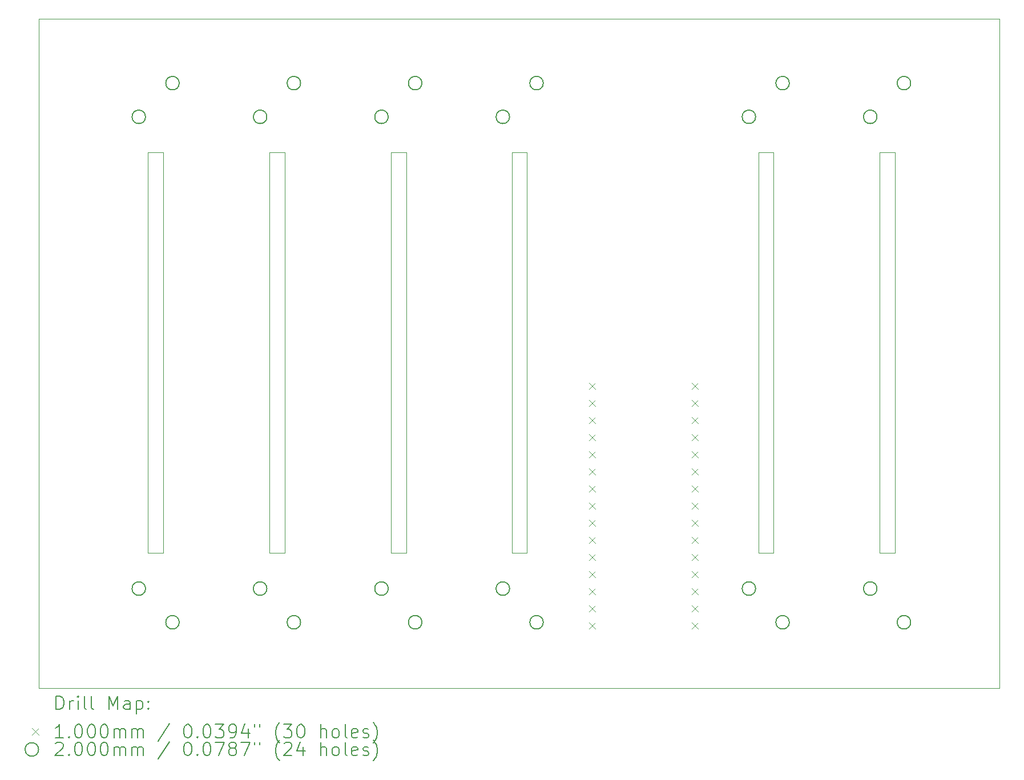
<source format=gbr>
%TF.GenerationSoftware,KiCad,Pcbnew,8.0.1-8.0.1-1~ubuntu22.04.1*%
%TF.CreationDate,2024-03-31T12:30:33+01:00*%
%TF.ProjectId,Arduino_Mixer,41726475-696e-46f5-9f4d-697865722e6b,1.0*%
%TF.SameCoordinates,Original*%
%TF.FileFunction,Drillmap*%
%TF.FilePolarity,Positive*%
%FSLAX45Y45*%
G04 Gerber Fmt 4.5, Leading zero omitted, Abs format (unit mm)*
G04 Created by KiCad (PCBNEW 8.0.1-8.0.1-1~ubuntu22.04.1) date 2024-03-31 12:30:33*
%MOMM*%
%LPD*%
G01*
G04 APERTURE LIST*
%ADD10C,0.100000*%
%ADD11C,0.200000*%
G04 APERTURE END LIST*
D10*
X9136100Y-6527800D02*
X9359900Y-6527800D01*
X9359900Y-12471400D01*
X9136100Y-12471400D01*
X9136100Y-6527800D01*
X10939500Y-6527800D02*
X11163300Y-6527800D01*
X11163300Y-12471400D01*
X10939500Y-12471400D01*
X10939500Y-6527800D01*
X12742900Y-6527800D02*
X12966700Y-6527800D01*
X12966700Y-12471400D01*
X12742900Y-12471400D01*
X12742900Y-6527800D01*
X18191200Y-6527800D02*
X18415000Y-6527800D01*
X18415000Y-12471400D01*
X18191200Y-12471400D01*
X18191200Y-6527800D01*
X19989800Y-6527800D02*
X20213600Y-6527800D01*
X20213600Y-12471400D01*
X19989800Y-12471400D01*
X19989800Y-6527800D01*
X7518400Y-4546600D02*
X21767800Y-4546600D01*
X21767800Y-14478000D01*
X7518400Y-14478000D01*
X7518400Y-4546600D01*
X14533600Y-6527800D02*
X14757400Y-6527800D01*
X14757400Y-12471400D01*
X14533600Y-12471400D01*
X14533600Y-6527800D01*
D11*
D10*
X15676000Y-9944000D02*
X15776000Y-10044000D01*
X15776000Y-9944000D02*
X15676000Y-10044000D01*
X15676000Y-10198000D02*
X15776000Y-10298000D01*
X15776000Y-10198000D02*
X15676000Y-10298000D01*
X15676000Y-10452000D02*
X15776000Y-10552000D01*
X15776000Y-10452000D02*
X15676000Y-10552000D01*
X15676000Y-10706000D02*
X15776000Y-10806000D01*
X15776000Y-10706000D02*
X15676000Y-10806000D01*
X15676000Y-10960000D02*
X15776000Y-11060000D01*
X15776000Y-10960000D02*
X15676000Y-11060000D01*
X15676000Y-11214000D02*
X15776000Y-11314000D01*
X15776000Y-11214000D02*
X15676000Y-11314000D01*
X15676000Y-11468000D02*
X15776000Y-11568000D01*
X15776000Y-11468000D02*
X15676000Y-11568000D01*
X15676000Y-11722000D02*
X15776000Y-11822000D01*
X15776000Y-11722000D02*
X15676000Y-11822000D01*
X15676000Y-11976000D02*
X15776000Y-12076000D01*
X15776000Y-11976000D02*
X15676000Y-12076000D01*
X15676000Y-12230000D02*
X15776000Y-12330000D01*
X15776000Y-12230000D02*
X15676000Y-12330000D01*
X15676000Y-12484000D02*
X15776000Y-12584000D01*
X15776000Y-12484000D02*
X15676000Y-12584000D01*
X15676000Y-12738000D02*
X15776000Y-12838000D01*
X15776000Y-12738000D02*
X15676000Y-12838000D01*
X15676000Y-12992000D02*
X15776000Y-13092000D01*
X15776000Y-12992000D02*
X15676000Y-13092000D01*
X15676000Y-13246000D02*
X15776000Y-13346000D01*
X15776000Y-13246000D02*
X15676000Y-13346000D01*
X15676000Y-13500000D02*
X15776000Y-13600000D01*
X15776000Y-13500000D02*
X15676000Y-13600000D01*
X17200000Y-9944000D02*
X17300000Y-10044000D01*
X17300000Y-9944000D02*
X17200000Y-10044000D01*
X17200000Y-10198000D02*
X17300000Y-10298000D01*
X17300000Y-10198000D02*
X17200000Y-10298000D01*
X17200000Y-10452000D02*
X17300000Y-10552000D01*
X17300000Y-10452000D02*
X17200000Y-10552000D01*
X17200000Y-10706000D02*
X17300000Y-10806000D01*
X17300000Y-10706000D02*
X17200000Y-10806000D01*
X17200000Y-10960000D02*
X17300000Y-11060000D01*
X17300000Y-10960000D02*
X17200000Y-11060000D01*
X17200000Y-11214000D02*
X17300000Y-11314000D01*
X17300000Y-11214000D02*
X17200000Y-11314000D01*
X17200000Y-11468000D02*
X17300000Y-11568000D01*
X17300000Y-11468000D02*
X17200000Y-11568000D01*
X17200000Y-11722000D02*
X17300000Y-11822000D01*
X17300000Y-11722000D02*
X17200000Y-11822000D01*
X17200000Y-11976000D02*
X17300000Y-12076000D01*
X17300000Y-11976000D02*
X17200000Y-12076000D01*
X17200000Y-12230000D02*
X17300000Y-12330000D01*
X17300000Y-12230000D02*
X17200000Y-12330000D01*
X17200000Y-12484000D02*
X17300000Y-12584000D01*
X17300000Y-12484000D02*
X17200000Y-12584000D01*
X17200000Y-12738000D02*
X17300000Y-12838000D01*
X17300000Y-12738000D02*
X17200000Y-12838000D01*
X17200000Y-12992000D02*
X17300000Y-13092000D01*
X17300000Y-12992000D02*
X17200000Y-13092000D01*
X17200000Y-13246000D02*
X17300000Y-13346000D01*
X17300000Y-13246000D02*
X17200000Y-13346000D01*
X17200000Y-13500000D02*
X17300000Y-13600000D01*
X17300000Y-13500000D02*
X17200000Y-13600000D01*
D11*
X9100000Y-6000000D02*
G75*
G02*
X8900000Y-6000000I-100000J0D01*
G01*
X8900000Y-6000000D02*
G75*
G02*
X9100000Y-6000000I100000J0D01*
G01*
X9100000Y-13000000D02*
G75*
G02*
X8900000Y-13000000I-100000J0D01*
G01*
X8900000Y-13000000D02*
G75*
G02*
X9100000Y-13000000I100000J0D01*
G01*
X9600000Y-5500000D02*
G75*
G02*
X9400000Y-5500000I-100000J0D01*
G01*
X9400000Y-5500000D02*
G75*
G02*
X9600000Y-5500000I100000J0D01*
G01*
X9600000Y-13500000D02*
G75*
G02*
X9400000Y-13500000I-100000J0D01*
G01*
X9400000Y-13500000D02*
G75*
G02*
X9600000Y-13500000I100000J0D01*
G01*
X10900000Y-6000000D02*
G75*
G02*
X10700000Y-6000000I-100000J0D01*
G01*
X10700000Y-6000000D02*
G75*
G02*
X10900000Y-6000000I100000J0D01*
G01*
X10900000Y-13000000D02*
G75*
G02*
X10700000Y-13000000I-100000J0D01*
G01*
X10700000Y-13000000D02*
G75*
G02*
X10900000Y-13000000I100000J0D01*
G01*
X11400000Y-5500000D02*
G75*
G02*
X11200000Y-5500000I-100000J0D01*
G01*
X11200000Y-5500000D02*
G75*
G02*
X11400000Y-5500000I100000J0D01*
G01*
X11400000Y-13500000D02*
G75*
G02*
X11200000Y-13500000I-100000J0D01*
G01*
X11200000Y-13500000D02*
G75*
G02*
X11400000Y-13500000I100000J0D01*
G01*
X12700000Y-6000000D02*
G75*
G02*
X12500000Y-6000000I-100000J0D01*
G01*
X12500000Y-6000000D02*
G75*
G02*
X12700000Y-6000000I100000J0D01*
G01*
X12700000Y-13000000D02*
G75*
G02*
X12500000Y-13000000I-100000J0D01*
G01*
X12500000Y-13000000D02*
G75*
G02*
X12700000Y-13000000I100000J0D01*
G01*
X13200000Y-5500000D02*
G75*
G02*
X13000000Y-5500000I-100000J0D01*
G01*
X13000000Y-5500000D02*
G75*
G02*
X13200000Y-5500000I100000J0D01*
G01*
X13200000Y-13500000D02*
G75*
G02*
X13000000Y-13500000I-100000J0D01*
G01*
X13000000Y-13500000D02*
G75*
G02*
X13200000Y-13500000I100000J0D01*
G01*
X14500000Y-6000000D02*
G75*
G02*
X14300000Y-6000000I-100000J0D01*
G01*
X14300000Y-6000000D02*
G75*
G02*
X14500000Y-6000000I100000J0D01*
G01*
X14500000Y-13000000D02*
G75*
G02*
X14300000Y-13000000I-100000J0D01*
G01*
X14300000Y-13000000D02*
G75*
G02*
X14500000Y-13000000I100000J0D01*
G01*
X15000000Y-5500000D02*
G75*
G02*
X14800000Y-5500000I-100000J0D01*
G01*
X14800000Y-5500000D02*
G75*
G02*
X15000000Y-5500000I100000J0D01*
G01*
X15000000Y-13500000D02*
G75*
G02*
X14800000Y-13500000I-100000J0D01*
G01*
X14800000Y-13500000D02*
G75*
G02*
X15000000Y-13500000I100000J0D01*
G01*
X18150000Y-6000000D02*
G75*
G02*
X17950000Y-6000000I-100000J0D01*
G01*
X17950000Y-6000000D02*
G75*
G02*
X18150000Y-6000000I100000J0D01*
G01*
X18150000Y-13000000D02*
G75*
G02*
X17950000Y-13000000I-100000J0D01*
G01*
X17950000Y-13000000D02*
G75*
G02*
X18150000Y-13000000I100000J0D01*
G01*
X18650000Y-5500000D02*
G75*
G02*
X18450000Y-5500000I-100000J0D01*
G01*
X18450000Y-5500000D02*
G75*
G02*
X18650000Y-5500000I100000J0D01*
G01*
X18650000Y-13500000D02*
G75*
G02*
X18450000Y-13500000I-100000J0D01*
G01*
X18450000Y-13500000D02*
G75*
G02*
X18650000Y-13500000I100000J0D01*
G01*
X19950000Y-6000000D02*
G75*
G02*
X19750000Y-6000000I-100000J0D01*
G01*
X19750000Y-6000000D02*
G75*
G02*
X19950000Y-6000000I100000J0D01*
G01*
X19950000Y-13000000D02*
G75*
G02*
X19750000Y-13000000I-100000J0D01*
G01*
X19750000Y-13000000D02*
G75*
G02*
X19950000Y-13000000I100000J0D01*
G01*
X20450000Y-5500000D02*
G75*
G02*
X20250000Y-5500000I-100000J0D01*
G01*
X20250000Y-5500000D02*
G75*
G02*
X20450000Y-5500000I100000J0D01*
G01*
X20450000Y-13500000D02*
G75*
G02*
X20250000Y-13500000I-100000J0D01*
G01*
X20250000Y-13500000D02*
G75*
G02*
X20450000Y-13500000I100000J0D01*
G01*
X7774177Y-14794484D02*
X7774177Y-14594484D01*
X7774177Y-14594484D02*
X7821796Y-14594484D01*
X7821796Y-14594484D02*
X7850367Y-14604008D01*
X7850367Y-14604008D02*
X7869415Y-14623055D01*
X7869415Y-14623055D02*
X7878939Y-14642103D01*
X7878939Y-14642103D02*
X7888462Y-14680198D01*
X7888462Y-14680198D02*
X7888462Y-14708769D01*
X7888462Y-14708769D02*
X7878939Y-14746865D01*
X7878939Y-14746865D02*
X7869415Y-14765912D01*
X7869415Y-14765912D02*
X7850367Y-14784960D01*
X7850367Y-14784960D02*
X7821796Y-14794484D01*
X7821796Y-14794484D02*
X7774177Y-14794484D01*
X7974177Y-14794484D02*
X7974177Y-14661150D01*
X7974177Y-14699246D02*
X7983701Y-14680198D01*
X7983701Y-14680198D02*
X7993224Y-14670674D01*
X7993224Y-14670674D02*
X8012272Y-14661150D01*
X8012272Y-14661150D02*
X8031320Y-14661150D01*
X8097986Y-14794484D02*
X8097986Y-14661150D01*
X8097986Y-14594484D02*
X8088462Y-14604008D01*
X8088462Y-14604008D02*
X8097986Y-14613531D01*
X8097986Y-14613531D02*
X8107510Y-14604008D01*
X8107510Y-14604008D02*
X8097986Y-14594484D01*
X8097986Y-14594484D02*
X8097986Y-14613531D01*
X8221796Y-14794484D02*
X8202748Y-14784960D01*
X8202748Y-14784960D02*
X8193224Y-14765912D01*
X8193224Y-14765912D02*
X8193224Y-14594484D01*
X8326558Y-14794484D02*
X8307510Y-14784960D01*
X8307510Y-14784960D02*
X8297986Y-14765912D01*
X8297986Y-14765912D02*
X8297986Y-14594484D01*
X8555129Y-14794484D02*
X8555129Y-14594484D01*
X8555129Y-14594484D02*
X8621796Y-14737341D01*
X8621796Y-14737341D02*
X8688463Y-14594484D01*
X8688463Y-14594484D02*
X8688463Y-14794484D01*
X8869415Y-14794484D02*
X8869415Y-14689722D01*
X8869415Y-14689722D02*
X8859891Y-14670674D01*
X8859891Y-14670674D02*
X8840844Y-14661150D01*
X8840844Y-14661150D02*
X8802748Y-14661150D01*
X8802748Y-14661150D02*
X8783701Y-14670674D01*
X8869415Y-14784960D02*
X8850367Y-14794484D01*
X8850367Y-14794484D02*
X8802748Y-14794484D01*
X8802748Y-14794484D02*
X8783701Y-14784960D01*
X8783701Y-14784960D02*
X8774177Y-14765912D01*
X8774177Y-14765912D02*
X8774177Y-14746865D01*
X8774177Y-14746865D02*
X8783701Y-14727817D01*
X8783701Y-14727817D02*
X8802748Y-14718293D01*
X8802748Y-14718293D02*
X8850367Y-14718293D01*
X8850367Y-14718293D02*
X8869415Y-14708769D01*
X8964653Y-14661150D02*
X8964653Y-14861150D01*
X8964653Y-14670674D02*
X8983701Y-14661150D01*
X8983701Y-14661150D02*
X9021796Y-14661150D01*
X9021796Y-14661150D02*
X9040844Y-14670674D01*
X9040844Y-14670674D02*
X9050367Y-14680198D01*
X9050367Y-14680198D02*
X9059891Y-14699246D01*
X9059891Y-14699246D02*
X9059891Y-14756388D01*
X9059891Y-14756388D02*
X9050367Y-14775436D01*
X9050367Y-14775436D02*
X9040844Y-14784960D01*
X9040844Y-14784960D02*
X9021796Y-14794484D01*
X9021796Y-14794484D02*
X8983701Y-14794484D01*
X8983701Y-14794484D02*
X8964653Y-14784960D01*
X9145605Y-14775436D02*
X9155129Y-14784960D01*
X9155129Y-14784960D02*
X9145605Y-14794484D01*
X9145605Y-14794484D02*
X9136082Y-14784960D01*
X9136082Y-14784960D02*
X9145605Y-14775436D01*
X9145605Y-14775436D02*
X9145605Y-14794484D01*
X9145605Y-14670674D02*
X9155129Y-14680198D01*
X9155129Y-14680198D02*
X9145605Y-14689722D01*
X9145605Y-14689722D02*
X9136082Y-14680198D01*
X9136082Y-14680198D02*
X9145605Y-14670674D01*
X9145605Y-14670674D02*
X9145605Y-14689722D01*
D10*
X7413400Y-15073000D02*
X7513400Y-15173000D01*
X7513400Y-15073000D02*
X7413400Y-15173000D01*
D11*
X7878939Y-15214484D02*
X7764653Y-15214484D01*
X7821796Y-15214484D02*
X7821796Y-15014484D01*
X7821796Y-15014484D02*
X7802748Y-15043055D01*
X7802748Y-15043055D02*
X7783701Y-15062103D01*
X7783701Y-15062103D02*
X7764653Y-15071627D01*
X7964653Y-15195436D02*
X7974177Y-15204960D01*
X7974177Y-15204960D02*
X7964653Y-15214484D01*
X7964653Y-15214484D02*
X7955129Y-15204960D01*
X7955129Y-15204960D02*
X7964653Y-15195436D01*
X7964653Y-15195436D02*
X7964653Y-15214484D01*
X8097986Y-15014484D02*
X8117034Y-15014484D01*
X8117034Y-15014484D02*
X8136082Y-15024008D01*
X8136082Y-15024008D02*
X8145605Y-15033531D01*
X8145605Y-15033531D02*
X8155129Y-15052579D01*
X8155129Y-15052579D02*
X8164653Y-15090674D01*
X8164653Y-15090674D02*
X8164653Y-15138293D01*
X8164653Y-15138293D02*
X8155129Y-15176388D01*
X8155129Y-15176388D02*
X8145605Y-15195436D01*
X8145605Y-15195436D02*
X8136082Y-15204960D01*
X8136082Y-15204960D02*
X8117034Y-15214484D01*
X8117034Y-15214484D02*
X8097986Y-15214484D01*
X8097986Y-15214484D02*
X8078939Y-15204960D01*
X8078939Y-15204960D02*
X8069415Y-15195436D01*
X8069415Y-15195436D02*
X8059891Y-15176388D01*
X8059891Y-15176388D02*
X8050367Y-15138293D01*
X8050367Y-15138293D02*
X8050367Y-15090674D01*
X8050367Y-15090674D02*
X8059891Y-15052579D01*
X8059891Y-15052579D02*
X8069415Y-15033531D01*
X8069415Y-15033531D02*
X8078939Y-15024008D01*
X8078939Y-15024008D02*
X8097986Y-15014484D01*
X8288462Y-15014484D02*
X8307510Y-15014484D01*
X8307510Y-15014484D02*
X8326558Y-15024008D01*
X8326558Y-15024008D02*
X8336082Y-15033531D01*
X8336082Y-15033531D02*
X8345605Y-15052579D01*
X8345605Y-15052579D02*
X8355129Y-15090674D01*
X8355129Y-15090674D02*
X8355129Y-15138293D01*
X8355129Y-15138293D02*
X8345605Y-15176388D01*
X8345605Y-15176388D02*
X8336082Y-15195436D01*
X8336082Y-15195436D02*
X8326558Y-15204960D01*
X8326558Y-15204960D02*
X8307510Y-15214484D01*
X8307510Y-15214484D02*
X8288462Y-15214484D01*
X8288462Y-15214484D02*
X8269415Y-15204960D01*
X8269415Y-15204960D02*
X8259891Y-15195436D01*
X8259891Y-15195436D02*
X8250367Y-15176388D01*
X8250367Y-15176388D02*
X8240843Y-15138293D01*
X8240843Y-15138293D02*
X8240843Y-15090674D01*
X8240843Y-15090674D02*
X8250367Y-15052579D01*
X8250367Y-15052579D02*
X8259891Y-15033531D01*
X8259891Y-15033531D02*
X8269415Y-15024008D01*
X8269415Y-15024008D02*
X8288462Y-15014484D01*
X8478939Y-15014484D02*
X8497986Y-15014484D01*
X8497986Y-15014484D02*
X8517034Y-15024008D01*
X8517034Y-15024008D02*
X8526558Y-15033531D01*
X8526558Y-15033531D02*
X8536082Y-15052579D01*
X8536082Y-15052579D02*
X8545605Y-15090674D01*
X8545605Y-15090674D02*
X8545605Y-15138293D01*
X8545605Y-15138293D02*
X8536082Y-15176388D01*
X8536082Y-15176388D02*
X8526558Y-15195436D01*
X8526558Y-15195436D02*
X8517034Y-15204960D01*
X8517034Y-15204960D02*
X8497986Y-15214484D01*
X8497986Y-15214484D02*
X8478939Y-15214484D01*
X8478939Y-15214484D02*
X8459891Y-15204960D01*
X8459891Y-15204960D02*
X8450367Y-15195436D01*
X8450367Y-15195436D02*
X8440844Y-15176388D01*
X8440844Y-15176388D02*
X8431320Y-15138293D01*
X8431320Y-15138293D02*
X8431320Y-15090674D01*
X8431320Y-15090674D02*
X8440844Y-15052579D01*
X8440844Y-15052579D02*
X8450367Y-15033531D01*
X8450367Y-15033531D02*
X8459891Y-15024008D01*
X8459891Y-15024008D02*
X8478939Y-15014484D01*
X8631320Y-15214484D02*
X8631320Y-15081150D01*
X8631320Y-15100198D02*
X8640844Y-15090674D01*
X8640844Y-15090674D02*
X8659891Y-15081150D01*
X8659891Y-15081150D02*
X8688463Y-15081150D01*
X8688463Y-15081150D02*
X8707510Y-15090674D01*
X8707510Y-15090674D02*
X8717034Y-15109722D01*
X8717034Y-15109722D02*
X8717034Y-15214484D01*
X8717034Y-15109722D02*
X8726558Y-15090674D01*
X8726558Y-15090674D02*
X8745605Y-15081150D01*
X8745605Y-15081150D02*
X8774177Y-15081150D01*
X8774177Y-15081150D02*
X8793225Y-15090674D01*
X8793225Y-15090674D02*
X8802748Y-15109722D01*
X8802748Y-15109722D02*
X8802748Y-15214484D01*
X8897986Y-15214484D02*
X8897986Y-15081150D01*
X8897986Y-15100198D02*
X8907510Y-15090674D01*
X8907510Y-15090674D02*
X8926558Y-15081150D01*
X8926558Y-15081150D02*
X8955129Y-15081150D01*
X8955129Y-15081150D02*
X8974177Y-15090674D01*
X8974177Y-15090674D02*
X8983701Y-15109722D01*
X8983701Y-15109722D02*
X8983701Y-15214484D01*
X8983701Y-15109722D02*
X8993225Y-15090674D01*
X8993225Y-15090674D02*
X9012272Y-15081150D01*
X9012272Y-15081150D02*
X9040844Y-15081150D01*
X9040844Y-15081150D02*
X9059891Y-15090674D01*
X9059891Y-15090674D02*
X9069415Y-15109722D01*
X9069415Y-15109722D02*
X9069415Y-15214484D01*
X9459891Y-15004960D02*
X9288463Y-15262103D01*
X9717034Y-15014484D02*
X9736082Y-15014484D01*
X9736082Y-15014484D02*
X9755129Y-15024008D01*
X9755129Y-15024008D02*
X9764653Y-15033531D01*
X9764653Y-15033531D02*
X9774177Y-15052579D01*
X9774177Y-15052579D02*
X9783701Y-15090674D01*
X9783701Y-15090674D02*
X9783701Y-15138293D01*
X9783701Y-15138293D02*
X9774177Y-15176388D01*
X9774177Y-15176388D02*
X9764653Y-15195436D01*
X9764653Y-15195436D02*
X9755129Y-15204960D01*
X9755129Y-15204960D02*
X9736082Y-15214484D01*
X9736082Y-15214484D02*
X9717034Y-15214484D01*
X9717034Y-15214484D02*
X9697987Y-15204960D01*
X9697987Y-15204960D02*
X9688463Y-15195436D01*
X9688463Y-15195436D02*
X9678939Y-15176388D01*
X9678939Y-15176388D02*
X9669415Y-15138293D01*
X9669415Y-15138293D02*
X9669415Y-15090674D01*
X9669415Y-15090674D02*
X9678939Y-15052579D01*
X9678939Y-15052579D02*
X9688463Y-15033531D01*
X9688463Y-15033531D02*
X9697987Y-15024008D01*
X9697987Y-15024008D02*
X9717034Y-15014484D01*
X9869415Y-15195436D02*
X9878939Y-15204960D01*
X9878939Y-15204960D02*
X9869415Y-15214484D01*
X9869415Y-15214484D02*
X9859891Y-15204960D01*
X9859891Y-15204960D02*
X9869415Y-15195436D01*
X9869415Y-15195436D02*
X9869415Y-15214484D01*
X10002748Y-15014484D02*
X10021796Y-15014484D01*
X10021796Y-15014484D02*
X10040844Y-15024008D01*
X10040844Y-15024008D02*
X10050368Y-15033531D01*
X10050368Y-15033531D02*
X10059891Y-15052579D01*
X10059891Y-15052579D02*
X10069415Y-15090674D01*
X10069415Y-15090674D02*
X10069415Y-15138293D01*
X10069415Y-15138293D02*
X10059891Y-15176388D01*
X10059891Y-15176388D02*
X10050368Y-15195436D01*
X10050368Y-15195436D02*
X10040844Y-15204960D01*
X10040844Y-15204960D02*
X10021796Y-15214484D01*
X10021796Y-15214484D02*
X10002748Y-15214484D01*
X10002748Y-15214484D02*
X9983701Y-15204960D01*
X9983701Y-15204960D02*
X9974177Y-15195436D01*
X9974177Y-15195436D02*
X9964653Y-15176388D01*
X9964653Y-15176388D02*
X9955129Y-15138293D01*
X9955129Y-15138293D02*
X9955129Y-15090674D01*
X9955129Y-15090674D02*
X9964653Y-15052579D01*
X9964653Y-15052579D02*
X9974177Y-15033531D01*
X9974177Y-15033531D02*
X9983701Y-15024008D01*
X9983701Y-15024008D02*
X10002748Y-15014484D01*
X10136082Y-15014484D02*
X10259891Y-15014484D01*
X10259891Y-15014484D02*
X10193225Y-15090674D01*
X10193225Y-15090674D02*
X10221796Y-15090674D01*
X10221796Y-15090674D02*
X10240844Y-15100198D01*
X10240844Y-15100198D02*
X10250368Y-15109722D01*
X10250368Y-15109722D02*
X10259891Y-15128769D01*
X10259891Y-15128769D02*
X10259891Y-15176388D01*
X10259891Y-15176388D02*
X10250368Y-15195436D01*
X10250368Y-15195436D02*
X10240844Y-15204960D01*
X10240844Y-15204960D02*
X10221796Y-15214484D01*
X10221796Y-15214484D02*
X10164653Y-15214484D01*
X10164653Y-15214484D02*
X10145606Y-15204960D01*
X10145606Y-15204960D02*
X10136082Y-15195436D01*
X10355129Y-15214484D02*
X10393225Y-15214484D01*
X10393225Y-15214484D02*
X10412272Y-15204960D01*
X10412272Y-15204960D02*
X10421796Y-15195436D01*
X10421796Y-15195436D02*
X10440844Y-15166865D01*
X10440844Y-15166865D02*
X10450368Y-15128769D01*
X10450368Y-15128769D02*
X10450368Y-15052579D01*
X10450368Y-15052579D02*
X10440844Y-15033531D01*
X10440844Y-15033531D02*
X10431320Y-15024008D01*
X10431320Y-15024008D02*
X10412272Y-15014484D01*
X10412272Y-15014484D02*
X10374177Y-15014484D01*
X10374177Y-15014484D02*
X10355129Y-15024008D01*
X10355129Y-15024008D02*
X10345606Y-15033531D01*
X10345606Y-15033531D02*
X10336082Y-15052579D01*
X10336082Y-15052579D02*
X10336082Y-15100198D01*
X10336082Y-15100198D02*
X10345606Y-15119246D01*
X10345606Y-15119246D02*
X10355129Y-15128769D01*
X10355129Y-15128769D02*
X10374177Y-15138293D01*
X10374177Y-15138293D02*
X10412272Y-15138293D01*
X10412272Y-15138293D02*
X10431320Y-15128769D01*
X10431320Y-15128769D02*
X10440844Y-15119246D01*
X10440844Y-15119246D02*
X10450368Y-15100198D01*
X10621796Y-15081150D02*
X10621796Y-15214484D01*
X10574177Y-15004960D02*
X10526558Y-15147817D01*
X10526558Y-15147817D02*
X10650368Y-15147817D01*
X10717034Y-15014484D02*
X10717034Y-15052579D01*
X10793225Y-15014484D02*
X10793225Y-15052579D01*
X11088463Y-15290674D02*
X11078939Y-15281150D01*
X11078939Y-15281150D02*
X11059891Y-15252579D01*
X11059891Y-15252579D02*
X11050368Y-15233531D01*
X11050368Y-15233531D02*
X11040844Y-15204960D01*
X11040844Y-15204960D02*
X11031320Y-15157341D01*
X11031320Y-15157341D02*
X11031320Y-15119246D01*
X11031320Y-15119246D02*
X11040844Y-15071627D01*
X11040844Y-15071627D02*
X11050368Y-15043055D01*
X11050368Y-15043055D02*
X11059891Y-15024008D01*
X11059891Y-15024008D02*
X11078939Y-14995436D01*
X11078939Y-14995436D02*
X11088463Y-14985912D01*
X11145606Y-15014484D02*
X11269415Y-15014484D01*
X11269415Y-15014484D02*
X11202748Y-15090674D01*
X11202748Y-15090674D02*
X11231320Y-15090674D01*
X11231320Y-15090674D02*
X11250368Y-15100198D01*
X11250368Y-15100198D02*
X11259891Y-15109722D01*
X11259891Y-15109722D02*
X11269415Y-15128769D01*
X11269415Y-15128769D02*
X11269415Y-15176388D01*
X11269415Y-15176388D02*
X11259891Y-15195436D01*
X11259891Y-15195436D02*
X11250368Y-15204960D01*
X11250368Y-15204960D02*
X11231320Y-15214484D01*
X11231320Y-15214484D02*
X11174177Y-15214484D01*
X11174177Y-15214484D02*
X11155130Y-15204960D01*
X11155130Y-15204960D02*
X11145606Y-15195436D01*
X11393225Y-15014484D02*
X11412272Y-15014484D01*
X11412272Y-15014484D02*
X11431320Y-15024008D01*
X11431320Y-15024008D02*
X11440844Y-15033531D01*
X11440844Y-15033531D02*
X11450368Y-15052579D01*
X11450368Y-15052579D02*
X11459891Y-15090674D01*
X11459891Y-15090674D02*
X11459891Y-15138293D01*
X11459891Y-15138293D02*
X11450368Y-15176388D01*
X11450368Y-15176388D02*
X11440844Y-15195436D01*
X11440844Y-15195436D02*
X11431320Y-15204960D01*
X11431320Y-15204960D02*
X11412272Y-15214484D01*
X11412272Y-15214484D02*
X11393225Y-15214484D01*
X11393225Y-15214484D02*
X11374177Y-15204960D01*
X11374177Y-15204960D02*
X11364653Y-15195436D01*
X11364653Y-15195436D02*
X11355129Y-15176388D01*
X11355129Y-15176388D02*
X11345606Y-15138293D01*
X11345606Y-15138293D02*
X11345606Y-15090674D01*
X11345606Y-15090674D02*
X11355129Y-15052579D01*
X11355129Y-15052579D02*
X11364653Y-15033531D01*
X11364653Y-15033531D02*
X11374177Y-15024008D01*
X11374177Y-15024008D02*
X11393225Y-15014484D01*
X11697987Y-15214484D02*
X11697987Y-15014484D01*
X11783701Y-15214484D02*
X11783701Y-15109722D01*
X11783701Y-15109722D02*
X11774177Y-15090674D01*
X11774177Y-15090674D02*
X11755130Y-15081150D01*
X11755130Y-15081150D02*
X11726558Y-15081150D01*
X11726558Y-15081150D02*
X11707510Y-15090674D01*
X11707510Y-15090674D02*
X11697987Y-15100198D01*
X11907510Y-15214484D02*
X11888463Y-15204960D01*
X11888463Y-15204960D02*
X11878939Y-15195436D01*
X11878939Y-15195436D02*
X11869415Y-15176388D01*
X11869415Y-15176388D02*
X11869415Y-15119246D01*
X11869415Y-15119246D02*
X11878939Y-15100198D01*
X11878939Y-15100198D02*
X11888463Y-15090674D01*
X11888463Y-15090674D02*
X11907510Y-15081150D01*
X11907510Y-15081150D02*
X11936082Y-15081150D01*
X11936082Y-15081150D02*
X11955130Y-15090674D01*
X11955130Y-15090674D02*
X11964653Y-15100198D01*
X11964653Y-15100198D02*
X11974177Y-15119246D01*
X11974177Y-15119246D02*
X11974177Y-15176388D01*
X11974177Y-15176388D02*
X11964653Y-15195436D01*
X11964653Y-15195436D02*
X11955130Y-15204960D01*
X11955130Y-15204960D02*
X11936082Y-15214484D01*
X11936082Y-15214484D02*
X11907510Y-15214484D01*
X12088463Y-15214484D02*
X12069415Y-15204960D01*
X12069415Y-15204960D02*
X12059891Y-15185912D01*
X12059891Y-15185912D02*
X12059891Y-15014484D01*
X12240844Y-15204960D02*
X12221796Y-15214484D01*
X12221796Y-15214484D02*
X12183701Y-15214484D01*
X12183701Y-15214484D02*
X12164653Y-15204960D01*
X12164653Y-15204960D02*
X12155130Y-15185912D01*
X12155130Y-15185912D02*
X12155130Y-15109722D01*
X12155130Y-15109722D02*
X12164653Y-15090674D01*
X12164653Y-15090674D02*
X12183701Y-15081150D01*
X12183701Y-15081150D02*
X12221796Y-15081150D01*
X12221796Y-15081150D02*
X12240844Y-15090674D01*
X12240844Y-15090674D02*
X12250368Y-15109722D01*
X12250368Y-15109722D02*
X12250368Y-15128769D01*
X12250368Y-15128769D02*
X12155130Y-15147817D01*
X12326558Y-15204960D02*
X12345606Y-15214484D01*
X12345606Y-15214484D02*
X12383701Y-15214484D01*
X12383701Y-15214484D02*
X12402749Y-15204960D01*
X12402749Y-15204960D02*
X12412272Y-15185912D01*
X12412272Y-15185912D02*
X12412272Y-15176388D01*
X12412272Y-15176388D02*
X12402749Y-15157341D01*
X12402749Y-15157341D02*
X12383701Y-15147817D01*
X12383701Y-15147817D02*
X12355130Y-15147817D01*
X12355130Y-15147817D02*
X12336082Y-15138293D01*
X12336082Y-15138293D02*
X12326558Y-15119246D01*
X12326558Y-15119246D02*
X12326558Y-15109722D01*
X12326558Y-15109722D02*
X12336082Y-15090674D01*
X12336082Y-15090674D02*
X12355130Y-15081150D01*
X12355130Y-15081150D02*
X12383701Y-15081150D01*
X12383701Y-15081150D02*
X12402749Y-15090674D01*
X12478939Y-15290674D02*
X12488463Y-15281150D01*
X12488463Y-15281150D02*
X12507511Y-15252579D01*
X12507511Y-15252579D02*
X12517034Y-15233531D01*
X12517034Y-15233531D02*
X12526558Y-15204960D01*
X12526558Y-15204960D02*
X12536082Y-15157341D01*
X12536082Y-15157341D02*
X12536082Y-15119246D01*
X12536082Y-15119246D02*
X12526558Y-15071627D01*
X12526558Y-15071627D02*
X12517034Y-15043055D01*
X12517034Y-15043055D02*
X12507511Y-15024008D01*
X12507511Y-15024008D02*
X12488463Y-14995436D01*
X12488463Y-14995436D02*
X12478939Y-14985912D01*
X7513400Y-15387000D02*
G75*
G02*
X7313400Y-15387000I-100000J0D01*
G01*
X7313400Y-15387000D02*
G75*
G02*
X7513400Y-15387000I100000J0D01*
G01*
X7764653Y-15297531D02*
X7774177Y-15288008D01*
X7774177Y-15288008D02*
X7793224Y-15278484D01*
X7793224Y-15278484D02*
X7840843Y-15278484D01*
X7840843Y-15278484D02*
X7859891Y-15288008D01*
X7859891Y-15288008D02*
X7869415Y-15297531D01*
X7869415Y-15297531D02*
X7878939Y-15316579D01*
X7878939Y-15316579D02*
X7878939Y-15335627D01*
X7878939Y-15335627D02*
X7869415Y-15364198D01*
X7869415Y-15364198D02*
X7755129Y-15478484D01*
X7755129Y-15478484D02*
X7878939Y-15478484D01*
X7964653Y-15459436D02*
X7974177Y-15468960D01*
X7974177Y-15468960D02*
X7964653Y-15478484D01*
X7964653Y-15478484D02*
X7955129Y-15468960D01*
X7955129Y-15468960D02*
X7964653Y-15459436D01*
X7964653Y-15459436D02*
X7964653Y-15478484D01*
X8097986Y-15278484D02*
X8117034Y-15278484D01*
X8117034Y-15278484D02*
X8136082Y-15288008D01*
X8136082Y-15288008D02*
X8145605Y-15297531D01*
X8145605Y-15297531D02*
X8155129Y-15316579D01*
X8155129Y-15316579D02*
X8164653Y-15354674D01*
X8164653Y-15354674D02*
X8164653Y-15402293D01*
X8164653Y-15402293D02*
X8155129Y-15440388D01*
X8155129Y-15440388D02*
X8145605Y-15459436D01*
X8145605Y-15459436D02*
X8136082Y-15468960D01*
X8136082Y-15468960D02*
X8117034Y-15478484D01*
X8117034Y-15478484D02*
X8097986Y-15478484D01*
X8097986Y-15478484D02*
X8078939Y-15468960D01*
X8078939Y-15468960D02*
X8069415Y-15459436D01*
X8069415Y-15459436D02*
X8059891Y-15440388D01*
X8059891Y-15440388D02*
X8050367Y-15402293D01*
X8050367Y-15402293D02*
X8050367Y-15354674D01*
X8050367Y-15354674D02*
X8059891Y-15316579D01*
X8059891Y-15316579D02*
X8069415Y-15297531D01*
X8069415Y-15297531D02*
X8078939Y-15288008D01*
X8078939Y-15288008D02*
X8097986Y-15278484D01*
X8288462Y-15278484D02*
X8307510Y-15278484D01*
X8307510Y-15278484D02*
X8326558Y-15288008D01*
X8326558Y-15288008D02*
X8336082Y-15297531D01*
X8336082Y-15297531D02*
X8345605Y-15316579D01*
X8345605Y-15316579D02*
X8355129Y-15354674D01*
X8355129Y-15354674D02*
X8355129Y-15402293D01*
X8355129Y-15402293D02*
X8345605Y-15440388D01*
X8345605Y-15440388D02*
X8336082Y-15459436D01*
X8336082Y-15459436D02*
X8326558Y-15468960D01*
X8326558Y-15468960D02*
X8307510Y-15478484D01*
X8307510Y-15478484D02*
X8288462Y-15478484D01*
X8288462Y-15478484D02*
X8269415Y-15468960D01*
X8269415Y-15468960D02*
X8259891Y-15459436D01*
X8259891Y-15459436D02*
X8250367Y-15440388D01*
X8250367Y-15440388D02*
X8240843Y-15402293D01*
X8240843Y-15402293D02*
X8240843Y-15354674D01*
X8240843Y-15354674D02*
X8250367Y-15316579D01*
X8250367Y-15316579D02*
X8259891Y-15297531D01*
X8259891Y-15297531D02*
X8269415Y-15288008D01*
X8269415Y-15288008D02*
X8288462Y-15278484D01*
X8478939Y-15278484D02*
X8497986Y-15278484D01*
X8497986Y-15278484D02*
X8517034Y-15288008D01*
X8517034Y-15288008D02*
X8526558Y-15297531D01*
X8526558Y-15297531D02*
X8536082Y-15316579D01*
X8536082Y-15316579D02*
X8545605Y-15354674D01*
X8545605Y-15354674D02*
X8545605Y-15402293D01*
X8545605Y-15402293D02*
X8536082Y-15440388D01*
X8536082Y-15440388D02*
X8526558Y-15459436D01*
X8526558Y-15459436D02*
X8517034Y-15468960D01*
X8517034Y-15468960D02*
X8497986Y-15478484D01*
X8497986Y-15478484D02*
X8478939Y-15478484D01*
X8478939Y-15478484D02*
X8459891Y-15468960D01*
X8459891Y-15468960D02*
X8450367Y-15459436D01*
X8450367Y-15459436D02*
X8440844Y-15440388D01*
X8440844Y-15440388D02*
X8431320Y-15402293D01*
X8431320Y-15402293D02*
X8431320Y-15354674D01*
X8431320Y-15354674D02*
X8440844Y-15316579D01*
X8440844Y-15316579D02*
X8450367Y-15297531D01*
X8450367Y-15297531D02*
X8459891Y-15288008D01*
X8459891Y-15288008D02*
X8478939Y-15278484D01*
X8631320Y-15478484D02*
X8631320Y-15345150D01*
X8631320Y-15364198D02*
X8640844Y-15354674D01*
X8640844Y-15354674D02*
X8659891Y-15345150D01*
X8659891Y-15345150D02*
X8688463Y-15345150D01*
X8688463Y-15345150D02*
X8707510Y-15354674D01*
X8707510Y-15354674D02*
X8717034Y-15373722D01*
X8717034Y-15373722D02*
X8717034Y-15478484D01*
X8717034Y-15373722D02*
X8726558Y-15354674D01*
X8726558Y-15354674D02*
X8745605Y-15345150D01*
X8745605Y-15345150D02*
X8774177Y-15345150D01*
X8774177Y-15345150D02*
X8793225Y-15354674D01*
X8793225Y-15354674D02*
X8802748Y-15373722D01*
X8802748Y-15373722D02*
X8802748Y-15478484D01*
X8897986Y-15478484D02*
X8897986Y-15345150D01*
X8897986Y-15364198D02*
X8907510Y-15354674D01*
X8907510Y-15354674D02*
X8926558Y-15345150D01*
X8926558Y-15345150D02*
X8955129Y-15345150D01*
X8955129Y-15345150D02*
X8974177Y-15354674D01*
X8974177Y-15354674D02*
X8983701Y-15373722D01*
X8983701Y-15373722D02*
X8983701Y-15478484D01*
X8983701Y-15373722D02*
X8993225Y-15354674D01*
X8993225Y-15354674D02*
X9012272Y-15345150D01*
X9012272Y-15345150D02*
X9040844Y-15345150D01*
X9040844Y-15345150D02*
X9059891Y-15354674D01*
X9059891Y-15354674D02*
X9069415Y-15373722D01*
X9069415Y-15373722D02*
X9069415Y-15478484D01*
X9459891Y-15268960D02*
X9288463Y-15526103D01*
X9717034Y-15278484D02*
X9736082Y-15278484D01*
X9736082Y-15278484D02*
X9755129Y-15288008D01*
X9755129Y-15288008D02*
X9764653Y-15297531D01*
X9764653Y-15297531D02*
X9774177Y-15316579D01*
X9774177Y-15316579D02*
X9783701Y-15354674D01*
X9783701Y-15354674D02*
X9783701Y-15402293D01*
X9783701Y-15402293D02*
X9774177Y-15440388D01*
X9774177Y-15440388D02*
X9764653Y-15459436D01*
X9764653Y-15459436D02*
X9755129Y-15468960D01*
X9755129Y-15468960D02*
X9736082Y-15478484D01*
X9736082Y-15478484D02*
X9717034Y-15478484D01*
X9717034Y-15478484D02*
X9697987Y-15468960D01*
X9697987Y-15468960D02*
X9688463Y-15459436D01*
X9688463Y-15459436D02*
X9678939Y-15440388D01*
X9678939Y-15440388D02*
X9669415Y-15402293D01*
X9669415Y-15402293D02*
X9669415Y-15354674D01*
X9669415Y-15354674D02*
X9678939Y-15316579D01*
X9678939Y-15316579D02*
X9688463Y-15297531D01*
X9688463Y-15297531D02*
X9697987Y-15288008D01*
X9697987Y-15288008D02*
X9717034Y-15278484D01*
X9869415Y-15459436D02*
X9878939Y-15468960D01*
X9878939Y-15468960D02*
X9869415Y-15478484D01*
X9869415Y-15478484D02*
X9859891Y-15468960D01*
X9859891Y-15468960D02*
X9869415Y-15459436D01*
X9869415Y-15459436D02*
X9869415Y-15478484D01*
X10002748Y-15278484D02*
X10021796Y-15278484D01*
X10021796Y-15278484D02*
X10040844Y-15288008D01*
X10040844Y-15288008D02*
X10050368Y-15297531D01*
X10050368Y-15297531D02*
X10059891Y-15316579D01*
X10059891Y-15316579D02*
X10069415Y-15354674D01*
X10069415Y-15354674D02*
X10069415Y-15402293D01*
X10069415Y-15402293D02*
X10059891Y-15440388D01*
X10059891Y-15440388D02*
X10050368Y-15459436D01*
X10050368Y-15459436D02*
X10040844Y-15468960D01*
X10040844Y-15468960D02*
X10021796Y-15478484D01*
X10021796Y-15478484D02*
X10002748Y-15478484D01*
X10002748Y-15478484D02*
X9983701Y-15468960D01*
X9983701Y-15468960D02*
X9974177Y-15459436D01*
X9974177Y-15459436D02*
X9964653Y-15440388D01*
X9964653Y-15440388D02*
X9955129Y-15402293D01*
X9955129Y-15402293D02*
X9955129Y-15354674D01*
X9955129Y-15354674D02*
X9964653Y-15316579D01*
X9964653Y-15316579D02*
X9974177Y-15297531D01*
X9974177Y-15297531D02*
X9983701Y-15288008D01*
X9983701Y-15288008D02*
X10002748Y-15278484D01*
X10136082Y-15278484D02*
X10269415Y-15278484D01*
X10269415Y-15278484D02*
X10183701Y-15478484D01*
X10374177Y-15364198D02*
X10355129Y-15354674D01*
X10355129Y-15354674D02*
X10345606Y-15345150D01*
X10345606Y-15345150D02*
X10336082Y-15326103D01*
X10336082Y-15326103D02*
X10336082Y-15316579D01*
X10336082Y-15316579D02*
X10345606Y-15297531D01*
X10345606Y-15297531D02*
X10355129Y-15288008D01*
X10355129Y-15288008D02*
X10374177Y-15278484D01*
X10374177Y-15278484D02*
X10412272Y-15278484D01*
X10412272Y-15278484D02*
X10431320Y-15288008D01*
X10431320Y-15288008D02*
X10440844Y-15297531D01*
X10440844Y-15297531D02*
X10450368Y-15316579D01*
X10450368Y-15316579D02*
X10450368Y-15326103D01*
X10450368Y-15326103D02*
X10440844Y-15345150D01*
X10440844Y-15345150D02*
X10431320Y-15354674D01*
X10431320Y-15354674D02*
X10412272Y-15364198D01*
X10412272Y-15364198D02*
X10374177Y-15364198D01*
X10374177Y-15364198D02*
X10355129Y-15373722D01*
X10355129Y-15373722D02*
X10345606Y-15383246D01*
X10345606Y-15383246D02*
X10336082Y-15402293D01*
X10336082Y-15402293D02*
X10336082Y-15440388D01*
X10336082Y-15440388D02*
X10345606Y-15459436D01*
X10345606Y-15459436D02*
X10355129Y-15468960D01*
X10355129Y-15468960D02*
X10374177Y-15478484D01*
X10374177Y-15478484D02*
X10412272Y-15478484D01*
X10412272Y-15478484D02*
X10431320Y-15468960D01*
X10431320Y-15468960D02*
X10440844Y-15459436D01*
X10440844Y-15459436D02*
X10450368Y-15440388D01*
X10450368Y-15440388D02*
X10450368Y-15402293D01*
X10450368Y-15402293D02*
X10440844Y-15383246D01*
X10440844Y-15383246D02*
X10431320Y-15373722D01*
X10431320Y-15373722D02*
X10412272Y-15364198D01*
X10517034Y-15278484D02*
X10650368Y-15278484D01*
X10650368Y-15278484D02*
X10564653Y-15478484D01*
X10717034Y-15278484D02*
X10717034Y-15316579D01*
X10793225Y-15278484D02*
X10793225Y-15316579D01*
X11088463Y-15554674D02*
X11078939Y-15545150D01*
X11078939Y-15545150D02*
X11059891Y-15516579D01*
X11059891Y-15516579D02*
X11050368Y-15497531D01*
X11050368Y-15497531D02*
X11040844Y-15468960D01*
X11040844Y-15468960D02*
X11031320Y-15421341D01*
X11031320Y-15421341D02*
X11031320Y-15383246D01*
X11031320Y-15383246D02*
X11040844Y-15335627D01*
X11040844Y-15335627D02*
X11050368Y-15307055D01*
X11050368Y-15307055D02*
X11059891Y-15288008D01*
X11059891Y-15288008D02*
X11078939Y-15259436D01*
X11078939Y-15259436D02*
X11088463Y-15249912D01*
X11155130Y-15297531D02*
X11164653Y-15288008D01*
X11164653Y-15288008D02*
X11183701Y-15278484D01*
X11183701Y-15278484D02*
X11231320Y-15278484D01*
X11231320Y-15278484D02*
X11250368Y-15288008D01*
X11250368Y-15288008D02*
X11259891Y-15297531D01*
X11259891Y-15297531D02*
X11269415Y-15316579D01*
X11269415Y-15316579D02*
X11269415Y-15335627D01*
X11269415Y-15335627D02*
X11259891Y-15364198D01*
X11259891Y-15364198D02*
X11145606Y-15478484D01*
X11145606Y-15478484D02*
X11269415Y-15478484D01*
X11440844Y-15345150D02*
X11440844Y-15478484D01*
X11393225Y-15268960D02*
X11345606Y-15411817D01*
X11345606Y-15411817D02*
X11469415Y-15411817D01*
X11697987Y-15478484D02*
X11697987Y-15278484D01*
X11783701Y-15478484D02*
X11783701Y-15373722D01*
X11783701Y-15373722D02*
X11774177Y-15354674D01*
X11774177Y-15354674D02*
X11755130Y-15345150D01*
X11755130Y-15345150D02*
X11726558Y-15345150D01*
X11726558Y-15345150D02*
X11707510Y-15354674D01*
X11707510Y-15354674D02*
X11697987Y-15364198D01*
X11907510Y-15478484D02*
X11888463Y-15468960D01*
X11888463Y-15468960D02*
X11878939Y-15459436D01*
X11878939Y-15459436D02*
X11869415Y-15440388D01*
X11869415Y-15440388D02*
X11869415Y-15383246D01*
X11869415Y-15383246D02*
X11878939Y-15364198D01*
X11878939Y-15364198D02*
X11888463Y-15354674D01*
X11888463Y-15354674D02*
X11907510Y-15345150D01*
X11907510Y-15345150D02*
X11936082Y-15345150D01*
X11936082Y-15345150D02*
X11955130Y-15354674D01*
X11955130Y-15354674D02*
X11964653Y-15364198D01*
X11964653Y-15364198D02*
X11974177Y-15383246D01*
X11974177Y-15383246D02*
X11974177Y-15440388D01*
X11974177Y-15440388D02*
X11964653Y-15459436D01*
X11964653Y-15459436D02*
X11955130Y-15468960D01*
X11955130Y-15468960D02*
X11936082Y-15478484D01*
X11936082Y-15478484D02*
X11907510Y-15478484D01*
X12088463Y-15478484D02*
X12069415Y-15468960D01*
X12069415Y-15468960D02*
X12059891Y-15449912D01*
X12059891Y-15449912D02*
X12059891Y-15278484D01*
X12240844Y-15468960D02*
X12221796Y-15478484D01*
X12221796Y-15478484D02*
X12183701Y-15478484D01*
X12183701Y-15478484D02*
X12164653Y-15468960D01*
X12164653Y-15468960D02*
X12155130Y-15449912D01*
X12155130Y-15449912D02*
X12155130Y-15373722D01*
X12155130Y-15373722D02*
X12164653Y-15354674D01*
X12164653Y-15354674D02*
X12183701Y-15345150D01*
X12183701Y-15345150D02*
X12221796Y-15345150D01*
X12221796Y-15345150D02*
X12240844Y-15354674D01*
X12240844Y-15354674D02*
X12250368Y-15373722D01*
X12250368Y-15373722D02*
X12250368Y-15392769D01*
X12250368Y-15392769D02*
X12155130Y-15411817D01*
X12326558Y-15468960D02*
X12345606Y-15478484D01*
X12345606Y-15478484D02*
X12383701Y-15478484D01*
X12383701Y-15478484D02*
X12402749Y-15468960D01*
X12402749Y-15468960D02*
X12412272Y-15449912D01*
X12412272Y-15449912D02*
X12412272Y-15440388D01*
X12412272Y-15440388D02*
X12402749Y-15421341D01*
X12402749Y-15421341D02*
X12383701Y-15411817D01*
X12383701Y-15411817D02*
X12355130Y-15411817D01*
X12355130Y-15411817D02*
X12336082Y-15402293D01*
X12336082Y-15402293D02*
X12326558Y-15383246D01*
X12326558Y-15383246D02*
X12326558Y-15373722D01*
X12326558Y-15373722D02*
X12336082Y-15354674D01*
X12336082Y-15354674D02*
X12355130Y-15345150D01*
X12355130Y-15345150D02*
X12383701Y-15345150D01*
X12383701Y-15345150D02*
X12402749Y-15354674D01*
X12478939Y-15554674D02*
X12488463Y-15545150D01*
X12488463Y-15545150D02*
X12507511Y-15516579D01*
X12507511Y-15516579D02*
X12517034Y-15497531D01*
X12517034Y-15497531D02*
X12526558Y-15468960D01*
X12526558Y-15468960D02*
X12536082Y-15421341D01*
X12536082Y-15421341D02*
X12536082Y-15383246D01*
X12536082Y-15383246D02*
X12526558Y-15335627D01*
X12526558Y-15335627D02*
X12517034Y-15307055D01*
X12517034Y-15307055D02*
X12507511Y-15288008D01*
X12507511Y-15288008D02*
X12488463Y-15259436D01*
X12488463Y-15259436D02*
X12478939Y-15249912D01*
M02*

</source>
